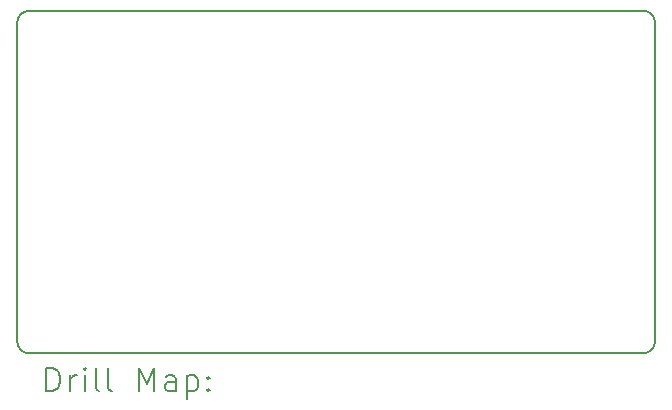
<source format=gbr>
%TF.GenerationSoftware,KiCad,Pcbnew,(6.0.7)*%
%TF.CreationDate,2022-10-18T17:17:19-04:00*%
%TF.ProjectId,PCB,5043422e-6b69-4636-9164-5f7063625858,rev?*%
%TF.SameCoordinates,Original*%
%TF.FileFunction,Drillmap*%
%TF.FilePolarity,Positive*%
%FSLAX45Y45*%
G04 Gerber Fmt 4.5, Leading zero omitted, Abs format (unit mm)*
G04 Created by KiCad (PCBNEW (6.0.7)) date 2022-10-18 17:17:19*
%MOMM*%
%LPD*%
G01*
G04 APERTURE LIST*
%ADD10C,0.200000*%
G04 APERTURE END LIST*
D10*
X24565000Y-11920000D02*
X24565000Y-9216000D01*
X24465000Y-12020000D02*
G75*
G03*
X24565000Y-11920000I0J100000D01*
G01*
X19265000Y-9120000D02*
G75*
G03*
X19165000Y-9220000I0J-100000D01*
G01*
X19265000Y-12020000D02*
X24465000Y-12020000D01*
X24564997Y-9216000D02*
G75*
G03*
X24465000Y-9120000I-99997J-4080D01*
G01*
X19165000Y-11920000D02*
G75*
G03*
X19265000Y-12020000I100000J0D01*
G01*
X24465000Y-9120000D02*
X19265000Y-9120000D01*
X19165000Y-9220000D02*
X19165000Y-11920000D01*
X19412619Y-12340476D02*
X19412619Y-12140476D01*
X19460238Y-12140476D01*
X19488810Y-12150000D01*
X19507857Y-12169048D01*
X19517381Y-12188095D01*
X19526905Y-12226190D01*
X19526905Y-12254762D01*
X19517381Y-12292857D01*
X19507857Y-12311905D01*
X19488810Y-12330952D01*
X19460238Y-12340476D01*
X19412619Y-12340476D01*
X19612619Y-12340476D02*
X19612619Y-12207143D01*
X19612619Y-12245238D02*
X19622143Y-12226190D01*
X19631667Y-12216667D01*
X19650714Y-12207143D01*
X19669762Y-12207143D01*
X19736429Y-12340476D02*
X19736429Y-12207143D01*
X19736429Y-12140476D02*
X19726905Y-12150000D01*
X19736429Y-12159524D01*
X19745952Y-12150000D01*
X19736429Y-12140476D01*
X19736429Y-12159524D01*
X19860238Y-12340476D02*
X19841190Y-12330952D01*
X19831667Y-12311905D01*
X19831667Y-12140476D01*
X19965000Y-12340476D02*
X19945952Y-12330952D01*
X19936429Y-12311905D01*
X19936429Y-12140476D01*
X20193571Y-12340476D02*
X20193571Y-12140476D01*
X20260238Y-12283333D01*
X20326905Y-12140476D01*
X20326905Y-12340476D01*
X20507857Y-12340476D02*
X20507857Y-12235714D01*
X20498333Y-12216667D01*
X20479286Y-12207143D01*
X20441190Y-12207143D01*
X20422143Y-12216667D01*
X20507857Y-12330952D02*
X20488810Y-12340476D01*
X20441190Y-12340476D01*
X20422143Y-12330952D01*
X20412619Y-12311905D01*
X20412619Y-12292857D01*
X20422143Y-12273809D01*
X20441190Y-12264286D01*
X20488810Y-12264286D01*
X20507857Y-12254762D01*
X20603095Y-12207143D02*
X20603095Y-12407143D01*
X20603095Y-12216667D02*
X20622143Y-12207143D01*
X20660238Y-12207143D01*
X20679286Y-12216667D01*
X20688810Y-12226190D01*
X20698333Y-12245238D01*
X20698333Y-12302381D01*
X20688810Y-12321428D01*
X20679286Y-12330952D01*
X20660238Y-12340476D01*
X20622143Y-12340476D01*
X20603095Y-12330952D01*
X20784048Y-12321428D02*
X20793571Y-12330952D01*
X20784048Y-12340476D01*
X20774524Y-12330952D01*
X20784048Y-12321428D01*
X20784048Y-12340476D01*
X20784048Y-12216667D02*
X20793571Y-12226190D01*
X20784048Y-12235714D01*
X20774524Y-12226190D01*
X20784048Y-12216667D01*
X20784048Y-12235714D01*
M02*

</source>
